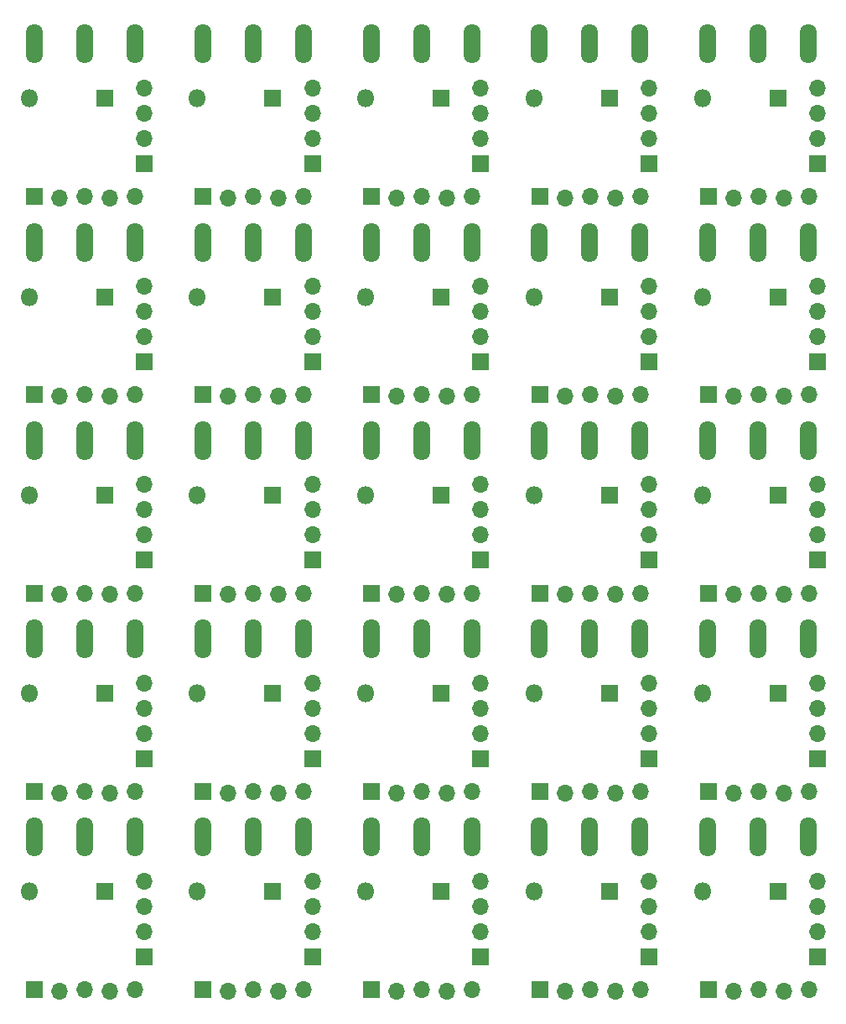
<source format=gbr>
%TF.GenerationSoftware,KiCad,Pcbnew,(6.0.5)*%
%TF.CreationDate,2022-07-01T01:15:04-04:00*%
%TF.ProjectId,Feeder-Panelized,46656564-6572-42d5-9061-6e656c697a65,rev?*%
%TF.SameCoordinates,Original*%
%TF.FileFunction,Soldermask,Bot*%
%TF.FilePolarity,Negative*%
%FSLAX46Y46*%
G04 Gerber Fmt 4.6, Leading zero omitted, Abs format (unit mm)*
G04 Created by KiCad (PCBNEW (6.0.5)) date 2022-07-01 01:15:04*
%MOMM*%
%LPD*%
G01*
G04 APERTURE LIST*
%ADD10O,1.700000X4.000000*%
%ADD11R,1.800000X1.800000*%
%ADD12O,1.800000X1.800000*%
%ADD13R,1.700000X1.700000*%
%ADD14O,1.700000X1.700000*%
G04 APERTURE END LIST*
D10*
%TO.C,SW8*%
X176920000Y-102500000D03*
X187080000Y-102500000D03*
X182000000Y-102500000D03*
%TD*%
D11*
%TO.C,D26*%
X184000000Y-128000000D03*
D12*
X176380000Y-128000000D03*
%TD*%
D13*
%TO.C,J23*%
X159950000Y-137900000D03*
D14*
X162490000Y-138050000D03*
X165030000Y-137900000D03*
X167570000Y-138050000D03*
X170110000Y-137900000D03*
%TD*%
D10*
%TO.C,SW21*%
X142920000Y-162500000D03*
X153080000Y-162500000D03*
X148000000Y-162500000D03*
%TD*%
D13*
%TO.C,J37*%
X193950000Y-157900000D03*
D14*
X196490000Y-158050000D03*
X199030000Y-157900000D03*
X201570000Y-158050000D03*
X204110000Y-157900000D03*
%TD*%
D11*
%TO.C,D4*%
X167000000Y-88000000D03*
D12*
X159380000Y-88000000D03*
%TD*%
D10*
%TO.C,SW24*%
X193920000Y-162500000D03*
X204080000Y-162500000D03*
X199000000Y-162500000D03*
%TD*%
D13*
%TO.C,J8*%
X205000000Y-94580000D03*
D14*
X205000000Y-92040000D03*
X205000000Y-89500000D03*
X205000000Y-86960000D03*
%TD*%
D13*
%TO.C,J19*%
X210950000Y-117900000D03*
D14*
X213490000Y-118050000D03*
X216030000Y-117900000D03*
X218570000Y-118050000D03*
X221110000Y-117900000D03*
%TD*%
D13*
%TO.C,J6*%
X188000000Y-94580000D03*
D14*
X188000000Y-92040000D03*
X188000000Y-89500000D03*
X188000000Y-86960000D03*
%TD*%
D10*
%TO.C,SW22*%
X159920000Y-162500000D03*
X170080000Y-162500000D03*
X165000000Y-162500000D03*
%TD*%
D13*
%TO.C,J45*%
X176950000Y-177900000D03*
D14*
X179490000Y-178050000D03*
X182030000Y-177900000D03*
X184570000Y-178050000D03*
X187110000Y-177900000D03*
%TD*%
D13*
%TO.C,J42*%
X154000000Y-174580000D03*
D14*
X154000000Y-172040000D03*
X154000000Y-169500000D03*
X154000000Y-166960000D03*
%TD*%
D13*
%TO.C,J11*%
X142950000Y-117900000D03*
D14*
X145490000Y-118050000D03*
X148030000Y-117900000D03*
X150570000Y-118050000D03*
X153110000Y-117900000D03*
%TD*%
D13*
%TO.C,J33*%
X159950000Y-157900000D03*
D14*
X162490000Y-158050000D03*
X165030000Y-157900000D03*
X167570000Y-158050000D03*
X170110000Y-157900000D03*
%TD*%
D13*
%TO.C,J22*%
X154000000Y-134580000D03*
D14*
X154000000Y-132040000D03*
X154000000Y-129500000D03*
X154000000Y-126960000D03*
%TD*%
D10*
%TO.C,SW2*%
X159920000Y-82500000D03*
X170080000Y-82500000D03*
X165000000Y-82500000D03*
%TD*%
D13*
%TO.C,J39*%
X210950000Y-157900000D03*
D14*
X213490000Y-158050000D03*
X216030000Y-157900000D03*
X218570000Y-158050000D03*
X221110000Y-157900000D03*
%TD*%
D11*
%TO.C,D14*%
X167000000Y-108000000D03*
D12*
X159380000Y-108000000D03*
%TD*%
D10*
%TO.C,SW19*%
X193920000Y-142500000D03*
X204080000Y-142500000D03*
X199000000Y-142500000D03*
%TD*%
D13*
%TO.C,J9*%
X210950000Y-97900000D03*
D14*
X213490000Y-98050000D03*
X216030000Y-97900000D03*
X218570000Y-98050000D03*
X221110000Y-97900000D03*
%TD*%
D13*
%TO.C,J48*%
X205000000Y-174580000D03*
D14*
X205000000Y-172040000D03*
X205000000Y-169500000D03*
X205000000Y-166960000D03*
%TD*%
D11*
%TO.C,D16*%
X184000000Y-108000000D03*
D12*
X176380000Y-108000000D03*
%TD*%
D13*
%TO.C,J16*%
X188000000Y-114580000D03*
D14*
X188000000Y-112040000D03*
X188000000Y-109500000D03*
X188000000Y-106960000D03*
%TD*%
D13*
%TO.C,J35*%
X176950000Y-157900000D03*
D14*
X179490000Y-158050000D03*
X182030000Y-157900000D03*
X184570000Y-158050000D03*
X187110000Y-157900000D03*
%TD*%
D13*
%TO.C,J5*%
X171000000Y-94580000D03*
D14*
X171000000Y-92040000D03*
X171000000Y-89500000D03*
X171000000Y-86960000D03*
%TD*%
D13*
%TO.C,J24*%
X171000000Y-134580000D03*
D14*
X171000000Y-132040000D03*
X171000000Y-129500000D03*
X171000000Y-126960000D03*
%TD*%
D11*
%TO.C,D32*%
X150000000Y-148000000D03*
D12*
X142380000Y-148000000D03*
%TD*%
D11*
%TO.C,D24*%
X167000000Y-128000000D03*
D12*
X159380000Y-128000000D03*
%TD*%
D13*
%TO.C,J10*%
X222000000Y-94580000D03*
D14*
X222000000Y-92040000D03*
X222000000Y-89500000D03*
X222000000Y-86960000D03*
%TD*%
D11*
%TO.C,D46*%
X184000000Y-168000000D03*
D12*
X176380000Y-168000000D03*
%TD*%
D13*
%TO.C,J20*%
X222000000Y-114580000D03*
D14*
X222000000Y-112040000D03*
X222000000Y-109500000D03*
X222000000Y-106960000D03*
%TD*%
D11*
%TO.C,D2*%
X150000000Y-88000000D03*
D12*
X142380000Y-88000000D03*
%TD*%
D10*
%TO.C,SW16*%
X142920000Y-142500000D03*
X153080000Y-142500000D03*
X148000000Y-142500000D03*
%TD*%
D13*
%TO.C,J36*%
X188000000Y-154580000D03*
D14*
X188000000Y-152040000D03*
X188000000Y-149500000D03*
X188000000Y-146960000D03*
%TD*%
D11*
%TO.C,D10*%
X218000000Y-88000000D03*
D12*
X210380000Y-88000000D03*
%TD*%
D13*
%TO.C,J30*%
X222000000Y-134580000D03*
D14*
X222000000Y-132040000D03*
X222000000Y-129500000D03*
X222000000Y-126960000D03*
%TD*%
D10*
%TO.C,SW14*%
X193920000Y-122500000D03*
X204080000Y-122500000D03*
X199000000Y-122500000D03*
%TD*%
D11*
%TO.C,D48*%
X201000000Y-168000000D03*
D12*
X193380000Y-168000000D03*
%TD*%
D13*
%TO.C,J40*%
X222000000Y-154580000D03*
D14*
X222000000Y-152040000D03*
X222000000Y-149500000D03*
X222000000Y-146960000D03*
%TD*%
D13*
%TO.C,J43*%
X159950000Y-177900000D03*
D14*
X162490000Y-178050000D03*
X165030000Y-177900000D03*
X167570000Y-178050000D03*
X170110000Y-177900000D03*
%TD*%
D11*
%TO.C,D34*%
X167000000Y-148000000D03*
D12*
X159380000Y-148000000D03*
%TD*%
D13*
%TO.C,J46*%
X188000000Y-174580000D03*
D14*
X188000000Y-172040000D03*
X188000000Y-169500000D03*
X188000000Y-166960000D03*
%TD*%
D13*
%TO.C,J29*%
X210950000Y-137900000D03*
D14*
X213490000Y-138050000D03*
X216030000Y-137900000D03*
X218570000Y-138050000D03*
X221110000Y-137900000D03*
%TD*%
D11*
%TO.C,D40*%
X218000000Y-148000000D03*
D12*
X210380000Y-148000000D03*
%TD*%
D11*
%TO.C,D20*%
X218000000Y-108000000D03*
D12*
X210380000Y-108000000D03*
%TD*%
D10*
%TO.C,SW10*%
X210920000Y-102500000D03*
X221080000Y-102500000D03*
X216000000Y-102500000D03*
%TD*%
D11*
%TO.C,D28*%
X201000000Y-128000000D03*
D12*
X193380000Y-128000000D03*
%TD*%
D10*
%TO.C,SW6*%
X142920000Y-102500000D03*
X153080000Y-102500000D03*
X148000000Y-102500000D03*
%TD*%
%TO.C,SW25*%
X210920000Y-162500000D03*
X221080000Y-162500000D03*
X216000000Y-162500000D03*
%TD*%
%TO.C,SW1*%
X142920000Y-82500000D03*
X153080000Y-82500000D03*
X148000000Y-82500000D03*
%TD*%
%TO.C,SW3*%
X176920000Y-82500000D03*
X187080000Y-82500000D03*
X182000000Y-82500000D03*
%TD*%
D13*
%TO.C,J4*%
X154000000Y-94580000D03*
D14*
X154000000Y-92040000D03*
X154000000Y-89500000D03*
X154000000Y-86960000D03*
%TD*%
D10*
%TO.C,SW17*%
X159920000Y-142500000D03*
X170080000Y-142500000D03*
X165000000Y-142500000D03*
%TD*%
%TO.C,SW15*%
X210920000Y-122500000D03*
X221080000Y-122500000D03*
X216000000Y-122500000D03*
%TD*%
%TO.C,SW20*%
X210920000Y-142500000D03*
X221080000Y-142500000D03*
X216000000Y-142500000D03*
%TD*%
%TO.C,SW4*%
X193920000Y-82500000D03*
X204080000Y-82500000D03*
X199000000Y-82500000D03*
%TD*%
D11*
%TO.C,D42*%
X150000000Y-168000000D03*
D12*
X142380000Y-168000000D03*
%TD*%
D11*
%TO.C,D36*%
X184000000Y-148000000D03*
D12*
X176380000Y-148000000D03*
%TD*%
D11*
%TO.C,D30*%
X218000000Y-128000000D03*
D12*
X210380000Y-128000000D03*
%TD*%
D13*
%TO.C,J2*%
X159950000Y-97900000D03*
D14*
X162490000Y-98050000D03*
X165030000Y-97900000D03*
X167570000Y-98050000D03*
X170110000Y-97900000D03*
%TD*%
D13*
%TO.C,J49*%
X210950000Y-177900000D03*
D14*
X213490000Y-178050000D03*
X216030000Y-177900000D03*
X218570000Y-178050000D03*
X221110000Y-177900000D03*
%TD*%
D11*
%TO.C,D38*%
X201000000Y-148000000D03*
D12*
X193380000Y-148000000D03*
%TD*%
D10*
%TO.C,SW7*%
X159920000Y-102500000D03*
X170080000Y-102500000D03*
X165000000Y-102500000D03*
%TD*%
D13*
%TO.C,J38*%
X205000000Y-154580000D03*
D14*
X205000000Y-152040000D03*
X205000000Y-149500000D03*
X205000000Y-146960000D03*
%TD*%
D11*
%TO.C,D8*%
X201000000Y-88000000D03*
D12*
X193380000Y-88000000D03*
%TD*%
D13*
%TO.C,J47*%
X193950000Y-177900000D03*
D14*
X196490000Y-178050000D03*
X199030000Y-177900000D03*
X201570000Y-178050000D03*
X204110000Y-177900000D03*
%TD*%
D10*
%TO.C,SW5*%
X210920000Y-82500000D03*
X221080000Y-82500000D03*
X216000000Y-82500000D03*
%TD*%
D13*
%TO.C,J13*%
X159950000Y-117900000D03*
D14*
X162490000Y-118050000D03*
X165030000Y-117900000D03*
X167570000Y-118050000D03*
X170110000Y-117900000D03*
%TD*%
D13*
%TO.C,J27*%
X193950000Y-137900000D03*
D14*
X196490000Y-138050000D03*
X199030000Y-137900000D03*
X201570000Y-138050000D03*
X204110000Y-137900000D03*
%TD*%
D11*
%TO.C,D6*%
X184000000Y-88000000D03*
D12*
X176380000Y-88000000D03*
%TD*%
D13*
%TO.C,J15*%
X176950000Y-117900000D03*
D14*
X179490000Y-118050000D03*
X182030000Y-117900000D03*
X184570000Y-118050000D03*
X187110000Y-117900000D03*
%TD*%
D10*
%TO.C,SW9*%
X193920000Y-102500000D03*
X204080000Y-102500000D03*
X199000000Y-102500000D03*
%TD*%
%TO.C,SW11*%
X142920000Y-122500000D03*
X153080000Y-122500000D03*
X148000000Y-122500000D03*
%TD*%
D13*
%TO.C,J1*%
X142950000Y-97900000D03*
D14*
X145490000Y-98050000D03*
X148030000Y-97900000D03*
X150570000Y-98050000D03*
X153110000Y-97900000D03*
%TD*%
D11*
%TO.C,D44*%
X167000000Y-168000000D03*
D12*
X159380000Y-168000000D03*
%TD*%
D13*
%TO.C,J44*%
X171000000Y-174580000D03*
D14*
X171000000Y-172040000D03*
X171000000Y-169500000D03*
X171000000Y-166960000D03*
%TD*%
D13*
%TO.C,J7*%
X193950000Y-97900000D03*
D14*
X196490000Y-98050000D03*
X199030000Y-97900000D03*
X201570000Y-98050000D03*
X204110000Y-97900000D03*
%TD*%
D13*
%TO.C,J32*%
X154000000Y-154580000D03*
D14*
X154000000Y-152040000D03*
X154000000Y-149500000D03*
X154000000Y-146960000D03*
%TD*%
D13*
%TO.C,J34*%
X171000000Y-154580000D03*
D14*
X171000000Y-152040000D03*
X171000000Y-149500000D03*
X171000000Y-146960000D03*
%TD*%
D11*
%TO.C,D18*%
X201000000Y-108000000D03*
D12*
X193380000Y-108000000D03*
%TD*%
D13*
%TO.C,J18*%
X205000000Y-114580000D03*
D14*
X205000000Y-112040000D03*
X205000000Y-109500000D03*
X205000000Y-106960000D03*
%TD*%
D11*
%TO.C,D50*%
X218000000Y-168000000D03*
D12*
X210380000Y-168000000D03*
%TD*%
D13*
%TO.C,J25*%
X176950000Y-137900000D03*
D14*
X179490000Y-138050000D03*
X182030000Y-137900000D03*
X184570000Y-138050000D03*
X187110000Y-137900000D03*
%TD*%
D10*
%TO.C,SW18*%
X176920000Y-142500000D03*
X187080000Y-142500000D03*
X182000000Y-142500000D03*
%TD*%
D13*
%TO.C,J12*%
X154000000Y-114580000D03*
D14*
X154000000Y-112040000D03*
X154000000Y-109500000D03*
X154000000Y-106960000D03*
%TD*%
D11*
%TO.C,D22*%
X150000000Y-128000000D03*
D12*
X142380000Y-128000000D03*
%TD*%
D13*
%TO.C,J31*%
X142950000Y-157900000D03*
D14*
X145490000Y-158050000D03*
X148030000Y-157900000D03*
X150570000Y-158050000D03*
X153110000Y-157900000D03*
%TD*%
D13*
%TO.C,J28*%
X205000000Y-134580000D03*
D14*
X205000000Y-132040000D03*
X205000000Y-129500000D03*
X205000000Y-126960000D03*
%TD*%
D13*
%TO.C,J41*%
X142950000Y-177900000D03*
D14*
X145490000Y-178050000D03*
X148030000Y-177900000D03*
X150570000Y-178050000D03*
X153110000Y-177900000D03*
%TD*%
D13*
%TO.C,J3*%
X176950000Y-97900000D03*
D14*
X179490000Y-98050000D03*
X182030000Y-97900000D03*
X184570000Y-98050000D03*
X187110000Y-97900000D03*
%TD*%
D13*
%TO.C,J21*%
X142950000Y-137900000D03*
D14*
X145490000Y-138050000D03*
X148030000Y-137900000D03*
X150570000Y-138050000D03*
X153110000Y-137900000D03*
%TD*%
D10*
%TO.C,SW13*%
X176920000Y-122500000D03*
X187080000Y-122500000D03*
X182000000Y-122500000D03*
%TD*%
%TO.C,SW23*%
X176920000Y-162500000D03*
X187080000Y-162500000D03*
X182000000Y-162500000D03*
%TD*%
D11*
%TO.C,D12*%
X150000000Y-108000000D03*
D12*
X142380000Y-108000000D03*
%TD*%
D13*
%TO.C,J17*%
X193950000Y-117900000D03*
D14*
X196490000Y-118050000D03*
X199030000Y-117900000D03*
X201570000Y-118050000D03*
X204110000Y-117900000D03*
%TD*%
D13*
%TO.C,J26*%
X188000000Y-134580000D03*
D14*
X188000000Y-132040000D03*
X188000000Y-129500000D03*
X188000000Y-126960000D03*
%TD*%
D10*
%TO.C,SW12*%
X159920000Y-122500000D03*
X170080000Y-122500000D03*
X165000000Y-122500000D03*
%TD*%
D13*
%TO.C,J14*%
X171000000Y-114580000D03*
D14*
X171000000Y-112040000D03*
X171000000Y-109500000D03*
X171000000Y-106960000D03*
%TD*%
D13*
%TO.C,J50*%
X222000000Y-174580000D03*
D14*
X222000000Y-172040000D03*
X222000000Y-169500000D03*
X222000000Y-166960000D03*
%TD*%
M02*

</source>
